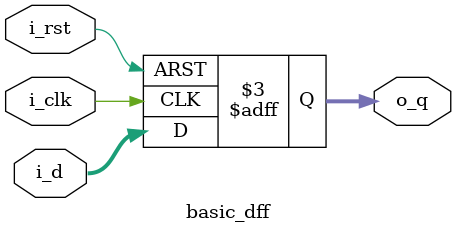
<source format=v>
module basic_dff #(
    parameter WIDTH = 4
)(
    input wire [WIDTH-1:0] i_d,
    input wire             i_clk,
    input wire             i_rst,

    output reg [WIDTH-1:0] o_q
);

always @(posedge i_clk or negedge i_rst) begin
    if(!i_rst)
        o_q <= {WIDTH{1'b0}};
    else
        o_q <= i_d;
end
    
endmodule
</source>
